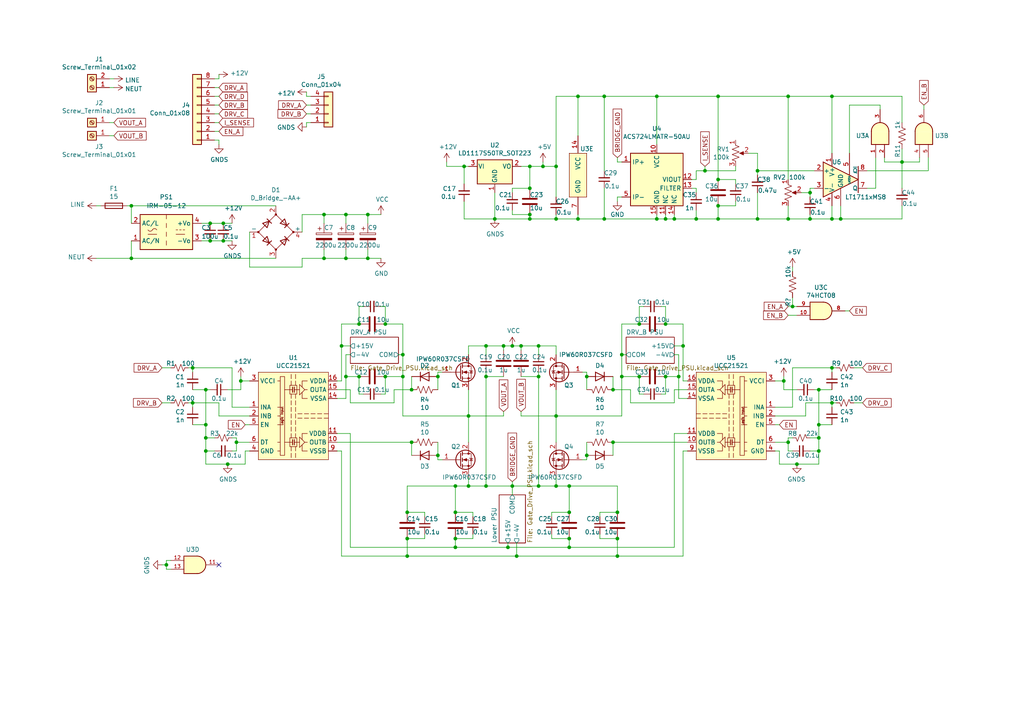
<source format=kicad_sch>
(kicad_sch (version 20211123) (generator eeschema)
  (paper "A4")
  (title_block (title "VFD") (date "2021-11-05") (rev "2.0") (company "Sean Olson"))
  (junction (at 111.76 109.22))
  (junction (at 231.14 134.62))
  (junction (at 167.64 27.94))
  (junction (at 127 109.22))
  (junction (at 111.76 93.98))
  (junction (at 66.04 134.62))
  (junction (at 179.07 156.21))
  (junction (at 153.67 54.61))
  (junction (at 228.6 63.5))
  (junction (at 261.62 46.99))
  (junction (at 99.06 100.33))
  (junction (at 148.59 100.33))
  (junction (at 179.07 148.59))
  (junction (at 170.18 132.08))
  (junction (at 241.3 116.84))
  (junction (at 243.84 63.5))
  (junction (at 132.08 158.75))
  (junction (at 68.58 128.27))
  (junction (at 165.1 158.75))
  (junction (at 60.96 64.77))
  (junction (at 156.21 109.22))
  (junction (at 177.8 128.27))
  (junction (at 156.21 100.33))
  (junction (at 208.28 27.94))
  (junction (at 64.77 64.77))
  (junction (at 146.05 100.33))
  (junction (at 237.49 123.19))
  (junction (at 38.1 59.69))
  (junction (at 234.95 55.88))
  (junction (at 165.1 148.59))
  (junction (at 149.86 161.29))
  (junction (at 93.98 74.93))
  (junction (at 227.33 110.49))
  (junction (at 241.3 63.5))
  (junction (at 175.26 63.5))
  (junction (at 100.33 109.22))
  (junction (at 161.29 140.97))
  (junction (at 228.6 27.94))
  (junction (at 153.67 48.26))
  (junction (at 55.88 106.68))
  (junction (at 135.89 140.97))
  (junction (at 157.48 48.26))
  (junction (at 48.26 163.83))
  (junction (at 60.96 69.85))
  (junction (at 241.3 106.68))
  (junction (at 180.34 109.22))
  (junction (at 134.62 48.26))
  (junction (at 195.58 63.5))
  (junction (at 38.1 74.93))
  (junction (at 140.97 109.22))
  (junction (at 59.69 127))
  (junction (at 118.11 156.21))
  (junction (at 116.84 109.22))
  (junction (at 180.34 102.87))
  (junction (at 59.69 130.81))
  (junction (at 234.95 63.5))
  (junction (at 100.33 62.23))
  (junction (at 55.88 116.84))
  (junction (at 193.04 109.22))
  (junction (at 208.28 63.5))
  (junction (at 228.6 128.27))
  (junction (at 219.71 49.53))
  (junction (at 69.85 110.49))
  (junction (at 204.47 49.53))
  (junction (at 193.04 63.5))
  (junction (at 127 132.08))
  (junction (at 190.5 27.94))
  (junction (at 229.87 88.9))
  (junction (at 119.38 128.27))
  (junction (at 148.59 140.97))
  (junction (at 140.97 100.33))
  (junction (at 153.67 62.23))
  (junction (at 179.07 161.29))
  (junction (at 64.77 69.85))
  (junction (at 177.8 113.03))
  (junction (at 93.98 62.23))
  (junction (at 208.28 52.07))
  (junction (at 165.1 156.21))
  (junction (at 190.5 63.5))
  (junction (at 156.21 140.97))
  (junction (at 208.28 59.69))
  (junction (at 140.97 140.97))
  (junction (at 161.29 48.26))
  (junction (at 119.38 113.03))
  (junction (at 147.32 158.75))
  (junction (at 198.12 100.33))
  (junction (at 165.1 140.97))
  (junction (at 143.51 63.5))
  (junction (at 161.29 120.65))
  (junction (at 100.33 74.93))
  (junction (at 132.08 156.21))
  (junction (at 201.93 63.5))
  (junction (at 185.42 93.98))
  (junction (at 161.29 63.5))
  (junction (at 104.14 109.22))
  (junction (at 153.67 63.5))
  (junction (at 135.89 120.65))
  (junction (at 151.13 100.33))
  (junction (at 167.64 63.5))
  (junction (at 219.71 63.5))
  (junction (at 132.08 148.59))
  (junction (at 116.84 102.87))
  (junction (at 193.04 93.98))
  (junction (at 106.68 74.93))
  (junction (at 106.68 62.23))
  (junction (at 237.49 130.81))
  (junction (at 132.08 140.97))
  (junction (at 241.3 27.94))
  (junction (at 196.85 109.22))
  (junction (at 118.11 161.29))
  (junction (at 175.26 27.94))
  (junction (at 118.11 148.59))
  (junction (at 170.18 109.22))
  (junction (at 237.49 127))
  (junction (at 59.69 113.03))
  (junction (at 185.42 109.22))
  (junction (at 59.69 123.19))
  (junction (at 104.14 93.98))
  (junction (at 237.49 113.03))
  (no_connect (at 63.5 163.83))
  (wire (pts (xy 106.68 72.39) (xy 106.68 74.93)))
  (wire (pts (xy 196.85 102.87) (xy 196.85 109.22)))
  (wire (pts (xy 267.97 30.48) (xy 267.97 31.75)))
  (wire (pts (xy 72.39 77.47) (xy 87.63 77.47)))
  (wire (pts (xy 175.26 63.5) (xy 190.5 63.5)))
  (wire (pts (xy 38.1 69.85) (xy 38.1 74.93)))
  (wire (pts (xy 87.63 74.93) (xy 93.98 74.93)))
  (wire (pts (xy 246.38 90.17) (xy 245.11 90.17)))
  (wire (pts (xy 69.85 113.03) (xy 66.04 113.03)))
  (wire (pts (xy 167.64 27.94) (xy 175.26 27.94)))
  (wire (pts (xy 241.3 27.94) (xy 261.62 27.94)))
  (wire (pts (xy 199.39 110.49) (xy 198.12 110.49)))
  (wire (pts (xy 179.07 161.29) (xy 149.86 161.29)))
  (wire (pts (xy 213.36 49.53) (xy 204.47 49.53)))
  (wire (pts (xy 87.63 77.47) (xy 87.63 74.93)))
  (wire (pts (xy 191.77 114.3) (xy 193.04 114.3)))
  (wire (pts (xy 195.58 158.75) (xy 165.1 158.75)))
  (wire (pts (xy 58.42 64.77) (xy 60.96 64.77)))
  (wire (pts (xy 224.79 118.11) (xy 229.87 118.11)))
  (wire (pts (xy 228.6 63.5) (xy 234.95 63.5)))
  (wire (pts (xy 134.62 58.42) (xy 134.62 63.5)))
  (wire (pts (xy 227.33 109.22) (xy 227.33 110.49)))
  (wire (pts (xy 195.58 62.23) (xy 195.58 63.5)))
  (wire (pts (xy 161.29 140.97) (xy 161.29 138.43)))
  (wire (pts (xy 213.36 48.26) (xy 213.36 49.53)))
  (wire (pts (xy 201.93 54.61) (xy 200.66 54.61)))
  (wire (pts (xy 99.06 93.98) (xy 99.06 100.33)))
  (wire (pts (xy 135.89 138.43) (xy 135.89 140.97)))
  (wire (pts (xy 250.19 116.84) (xy 247.65 116.84)))
  (wire (pts (xy 101.6 125.73) (xy 101.6 158.75)))
  (wire (pts (xy 208.28 63.5) (xy 201.93 63.5)))
  (wire (pts (xy 195.58 116.84) (xy 182.88 116.84)))
  (wire (pts (xy 49.53 162.56) (xy 48.26 162.56)))
  (wire (pts (xy 213.36 53.34) (xy 213.36 52.07)))
  (wire (pts (xy 127 128.27) (xy 127 132.08)))
  (wire (pts (xy 147.32 158.75) (xy 147.32 157.48)))
  (wire (pts (xy 143.51 63.5) (xy 153.67 63.5)))
  (wire (pts (xy 156.21 109.22) (xy 156.21 140.97)))
  (wire (pts (xy 46.99 116.84) (xy 49.53 116.84)))
  (wire (pts (xy 217.17 44.45) (xy 219.71 44.45)))
  (wire (pts (xy 59.69 123.19) (xy 59.69 127)))
  (wire (pts (xy 54.61 106.68) (xy 55.88 106.68)))
  (wire (pts (xy 179.07 148.59) (xy 179.07 140.97)))
  (wire (pts (xy 137.16 154.94) (xy 137.16 156.21)))
  (wire (pts (xy 140.97 100.33) (xy 146.05 100.33)))
  (wire (pts (xy 64.77 64.77) (xy 67.31 64.77)))
  (wire (pts (xy 72.39 123.19) (xy 71.12 123.19)))
  (wire (pts (xy 118.11 161.29) (xy 99.06 161.29)))
  (wire (pts (xy 63.5 22.86) (xy 62.23 22.86)))
  (wire (pts (xy 185.42 88.9) (xy 185.42 93.98)))
  (wire (pts (xy 88.9 27.94) (xy 90.17 27.94)))
  (wire (pts (xy 261.62 59.69) (xy 261.62 63.5)))
  (wire (pts (xy 106.68 74.93) (xy 110.49 74.93)))
  (wire (pts (xy 261.62 46.99) (xy 266.7 46.99)))
  (wire (pts (xy 148.59 143.51) (xy 148.59 140.97)))
  (wire (pts (xy 226.06 123.19) (xy 224.79 123.19)))
  (wire (pts (xy 232.41 55.88) (xy 234.95 55.88)))
  (wire (pts (xy 266.7 46.99) (xy 266.7 45.72)))
  (wire (pts (xy 227.33 110.49) (xy 227.33 113.03)))
  (wire (pts (xy 69.85 110.49) (xy 72.39 110.49)))
  (wire (pts (xy 55.88 106.68) (xy 55.88 107.95)))
  (wire (pts (xy 118.11 148.59) (xy 118.11 140.97)))
  (wire (pts (xy 198.12 161.29) (xy 198.12 130.81)))
  (wire (pts (xy 193.04 62.23) (xy 193.04 63.5)))
  (wire (pts (xy 161.29 120.65) (xy 161.29 128.27)))
  (wire (pts (xy 182.88 116.84) (xy 182.88 113.03)))
  (wire (pts (xy 195.58 102.87) (xy 196.85 102.87)))
  (wire (pts (xy 110.49 88.9) (xy 111.76 88.9)))
  (wire (pts (xy 241.3 106.68) (xy 241.3 107.95)))
  (wire (pts (xy 105.41 88.9) (xy 104.14 88.9)))
  (wire (pts (xy 68.58 127) (xy 67.31 127)))
  (wire (pts (xy 261.62 46.99) (xy 256.54 46.99)))
  (wire (pts (xy 241.3 63.5) (xy 243.84 63.5)))
  (wire (pts (xy 116.84 102.87) (xy 116.84 109.22)))
  (wire (pts (xy 72.39 128.27) (xy 68.58 128.27)))
  (wire (pts (xy 161.29 62.23) (xy 161.29 63.5)))
  (wire (pts (xy 72.39 130.81) (xy 71.12 130.81)))
  (wire (pts (xy 254 54.61) (xy 254 45.72)))
  (wire (pts (xy 48.26 162.56) (xy 48.26 163.83)))
  (wire (pts (xy 234.95 127) (xy 237.49 127)))
  (wire (pts (xy 170.18 128.27) (xy 170.18 132.08)))
  (wire (pts (xy 153.67 48.26) (xy 157.48 48.26)))
  (wire (pts (xy 180.34 102.87) (xy 180.34 109.22)))
  (wire (pts (xy 106.68 64.77) (xy 106.68 62.23)))
  (wire (pts (xy 151.13 119.38) (xy 151.13 120.65)))
  (wire (pts (xy 261.62 43.18) (xy 261.62 46.99)))
  (wire (pts (xy 128.27 107.95) (xy 127 107.95)))
  (wire (pts (xy 170.18 109.22) (xy 170.18 113.03)))
  (wire (pts (xy 55.88 116.84) (xy 54.61 116.84)))
  (wire (pts (xy 97.79 110.49) (xy 99.06 110.49)))
  (wire (pts (xy 269.24 49.53) (xy 269.24 45.72)))
  (wire (pts (xy 179.07 156.21) (xy 179.07 161.29)))
  (wire (pts (xy 27.94 74.93) (xy 38.1 74.93)))
  (wire (pts (xy 63.5 38.1) (xy 62.23 38.1)))
  (wire (pts (xy 228.6 127) (xy 229.87 127)))
  (wire (pts (xy 219.71 44.45) (xy 219.71 49.53)))
  (wire (pts (xy 97.79 113.03) (xy 101.6 113.03)))
  (wire (pts (xy 167.64 63.5) (xy 175.26 63.5)))
  (wire (pts (xy 198.12 110.49) (xy 198.12 100.33)))
  (wire (pts (xy 93.98 64.77) (xy 93.98 62.23)))
  (wire (pts (xy 115.57 102.87) (xy 116.84 102.87)))
  (wire (pts (xy 119.38 132.08) (xy 119.38 128.27)))
  (wire (pts (xy 146.05 101.6) (xy 146.05 100.33)))
  (wire (pts (xy 213.36 52.07) (xy 208.28 52.07)))
  (wire (pts (xy 118.11 156.21) (xy 123.19 156.21)))
  (wire (pts (xy 88.9 26.67) (xy 88.9 27.94)))
  (wire (pts (xy 132.08 156.21) (xy 132.08 158.75)))
  (wire (pts (xy 135.89 100.33) (xy 140.97 100.33)))
  (wire (pts (xy 59.69 134.62) (xy 59.69 130.81)))
  (wire (pts (xy 224.79 120.65) (xy 233.68 120.65)))
  (wire (pts (xy 228.6 130.81) (xy 229.87 130.81)))
  (wire (pts (xy 143.51 63.5) (xy 143.51 55.88)))
  (wire (pts (xy 72.39 67.31) (xy 72.39 77.47)))
  (wire (pts (xy 229.87 118.11) (xy 229.87 106.68)))
  (wire (pts (xy 179.07 46.99) (xy 180.34 46.99)))
  (wire (pts (xy 243.84 59.69) (xy 243.84 63.5)))
  (wire (pts (xy 114.3 113.03) (xy 119.38 113.03)))
  (wire (pts (xy 241.3 27.94) (xy 241.3 44.45)))
  (wire (pts (xy 241.3 59.69) (xy 241.3 63.5)))
  (wire (pts (xy 68.58 127) (xy 68.58 128.27)))
  (wire (pts (xy 137.16 148.59) (xy 132.08 148.59)))
  (wire (pts (xy 101.6 113.03) (xy 101.6 116.84)))
  (wire (pts (xy 193.04 63.5) (xy 190.5 63.5)))
  (wire (pts (xy 62.23 130.81) (xy 59.69 130.81)))
  (wire (pts (xy 251.46 54.61) (xy 254 54.61)))
  (wire (pts (xy 106.68 74.93) (xy 100.33 74.93)))
  (wire (pts (xy 234.95 130.81) (xy 237.49 130.81)))
  (wire (pts (xy 101.6 102.87) (xy 100.33 102.87)))
  (wire (pts (xy 156.21 107.95) (xy 156.21 109.22)))
  (wire (pts (xy 161.29 63.5) (xy 167.64 63.5)))
  (wire (pts (xy 93.98 72.39) (xy 93.98 74.93)))
  (wire (pts (xy 99.06 161.29) (xy 99.06 130.81)))
  (wire (pts (xy 132.08 148.59) (xy 132.08 140.97)))
  (wire (pts (xy 127 133.35) (xy 127 132.08)))
  (wire (pts (xy 186.69 114.3) (xy 185.42 114.3)))
  (wire (pts (xy 100.33 72.39) (xy 100.33 74.93)))
  (wire (pts (xy 63.5 116.84) (xy 55.88 116.84)))
  (wire (pts (xy 198.12 100.33) (xy 195.58 100.33)))
  (wire (pts (xy 63.5 120.65) (xy 63.5 116.84)))
  (wire (pts (xy 156.21 100.33) (xy 161.29 100.33)))
  (wire (pts (xy 198.12 93.98) (xy 198.12 100.33)))
  (wire (pts (xy 229.87 106.68) (xy 241.3 106.68)))
  (wire (pts (xy 237.49 123.19) (xy 237.49 127)))
  (wire (pts (xy 226.06 134.62) (xy 231.14 134.62)))
  (wire (pts (xy 228.6 59.69) (xy 228.6 63.5)))
  (wire (pts (xy 123.19 148.59) (xy 123.19 149.86)))
  (wire (pts (xy 118.11 140.97) (xy 132.08 140.97)))
  (wire (pts (xy 105.41 114.3) (xy 104.14 114.3)))
  (wire (pts (xy 63.5 30.48) (xy 62.23 30.48)))
  (wire (pts (xy 237.49 113.03) (xy 241.3 113.03)))
  (wire (pts (xy 31.75 22.86) (xy 33.02 22.86)))
  (wire (pts (xy 63.5 33.02) (xy 62.23 33.02)))
  (wire (pts (xy 234.95 54.61) (xy 236.22 54.61)))
  (wire (pts (xy 241.3 123.19) (xy 237.49 123.19)))
  (wire (pts (xy 88.9 36.83) (xy 88.9 35.56)))
  (wire (pts (xy 132.08 140.97) (xy 135.89 140.97)))
  (wire (pts (xy 255.27 31.75) (xy 255.27 30.48)))
  (wire (pts (xy 160.02 154.94) (xy 160.02 156.21)))
  (wire (pts (xy 228.6 128.27) (xy 228.6 130.81)))
  (wire (pts (xy 58.42 69.85) (xy 60.96 69.85)))
  (wire (pts (xy 246.38 30.48) (xy 246.38 44.45)))
  (wire (pts (xy 255.27 30.48) (xy 246.38 30.48)))
  (wire (pts (xy 179.07 57.15) (xy 180.34 57.15)))
  (wire (pts (xy 104.14 109.22) (xy 100.33 109.22)))
  (wire (pts (xy 111.76 88.9) (xy 111.76 93.98)))
  (wire (pts (xy 140.97 140.97) (xy 148.59 140.97)))
  (wire (pts (xy 227.33 113.03) (xy 231.14 113.03)))
  (wire (pts (xy 63.5 21.59) (xy 63.5 22.86)))
  (wire (pts (xy 151.13 48.26) (xy 153.67 48.26)))
  (wire (pts (xy 208.28 59.69) (xy 208.28 63.5)))
  (wire (pts (xy 177.8 128.27) (xy 199.39 128.27)))
  (wire (pts (xy 148.59 139.7) (xy 148.59 140.97)))
  (wire (pts (xy 67.31 106.68) (xy 55.88 106.68)))
  (wire (pts (xy 234.95 55.88) (xy 234.95 57.15)))
  (wire (pts (xy 127 107.95) (xy 127 109.22)))
  (wire (pts (xy 256.54 46.99) (xy 256.54 45.72)))
  (wire (pts (xy 55.88 123.19) (xy 59.69 123.19)))
  (wire (pts (xy 234.95 55.88) (xy 234.95 54.61)))
  (wire (pts (xy 59.69 113.03) (xy 55.88 113.03)))
  (wire (pts (xy 156.21 140.97) (xy 161.29 140.97)))
  (wire (pts (xy 224.79 128.27) (xy 228.6 128.27)))
  (wire (pts (xy 179.07 161.29) (xy 198.12 161.29)))
  (wire (pts (xy 250.19 106.68) (xy 247.65 106.68)))
  (wire (pts (xy 201.93 49.53) (xy 201.93 52.07)))
  (wire (pts (xy 140.97 109.22) (xy 140.97 140.97)))
  (wire (pts (xy 231.14 134.62) (xy 237.49 134.62)))
  (wire (pts (xy 186.69 88.9) (xy 185.42 88.9)))
  (wire (pts (xy 149.86 157.48) (xy 149.86 161.29)))
  (wire (pts (xy 177.8 109.22) (xy 177.8 113.03)))
  (wire (pts (xy 118.11 161.29) (xy 149.86 161.29)))
  (wire (pts (xy 119.38 109.22) (xy 119.38 113.03)))
  (wire (pts (xy 71.12 134.62) (xy 66.04 134.62)))
  (wire (pts (xy 99.06 100.33) (xy 101.6 100.33)))
  (wire (pts (xy 251.46 49.53) (xy 269.24 49.53)))
  (wire (pts (xy 156.21 102.87) (xy 156.21 100.33)))
  (wire (pts (xy 151.13 109.22) (xy 156.21 109.22)))
  (wire (pts (xy 100.33 102.87) (xy 100.33 109.22)))
  (wire (pts (xy 228.6 27.94) (xy 228.6 52.07)))
  (wire (pts (xy 104.14 88.9) (xy 104.14 93.98)))
  (wire (pts (xy 101.6 116.84) (xy 114.3 116.84)))
  (wire (pts (xy 157.48 46.99) (xy 157.48 48.26)))
  (wire (pts (xy 161.29 120.65) (xy 180.34 120.65)))
  (wire (pts (xy 116.84 93.98) (xy 116.84 102.87)))
  (wire (pts (xy 38.1 59.69) (xy 38.1 64.77)))
  (wire (pts (xy 72.39 118.11) (xy 67.31 118.11)))
  (wire (pts (xy 67.31 118.11) (xy 67.31 106.68)))
  (wire (pts (xy 88.9 33.02) (xy 90.17 33.02)))
  (wire (pts (xy 153.67 63.5) (xy 161.29 63.5)))
  (wire (pts (xy 229.87 78.74) (xy 229.87 77.47)))
  (wire (pts (xy 228.6 88.9) (xy 229.87 88.9)))
  (wire (pts (xy 63.5 40.64) (xy 63.5 41.91)))
  (wire (pts (xy 170.18 107.95) (xy 168.91 107.95)))
  (wire (pts (xy 161.29 113.03) (xy 161.29 120.65)))
  (wire (pts (xy 69.85 109.22) (xy 69.85 110.49)))
  (wire (pts (xy 153.67 62.23) (xy 153.67 63.5)))
  (wire (pts (xy 157.48 48.26) (xy 161.29 48.26)))
  (wire (pts (xy 180.34 93.98) (xy 180.34 102.87)))
  (wire (pts (xy 208.28 27.94) (xy 208.28 52.07)))
  (wire (pts (xy 116.84 109.22) (xy 116.84 120.65)))
  (wire (pts (xy 175.26 27.94) (xy 175.26 49.53)))
  (wire (pts (xy 127 109.22) (xy 127 113.03)))
  (wire (pts (xy 219.71 55.88) (xy 219.71 63.5)))
  (wire (pts (xy 228.6 91.44) (xy 231.14 91.44)))
  (wire (pts (xy 101.6 158.75) (xy 132.08 158.75)))
  (wire (pts (xy 193.04 109.22) (xy 196.85 109.22)))
  (wire (pts (xy 146.05 120.65) (xy 135.89 120.65)))
  (wire (pts (xy 161.29 27.94) (xy 167.64 27.94)))
  (wire (pts (xy 146.05 109.22) (xy 140.97 109.22)))
  (wire (pts (xy 165.1 148.59) (xy 165.1 140.97)))
  (wire (pts (xy 116.84 120.65) (xy 135.89 120.65)))
  (wire (pts (xy 199.39 113.03) (xy 195.58 113.03)))
  (wire (pts (xy 62.23 40.64) (xy 63.5 40.64)))
  (wire (pts (xy 100.33 74.93) (xy 93.98 74.93)))
  (wire (pts (xy 170.18 133.35) (xy 168.91 133.35)))
  (wire (pts (xy 173.99 148.59) (xy 173.99 149.86)))
  (wire (pts (xy 234.95 62.23) (xy 234.95 63.5)))
  (wire (pts (xy 224.79 130.81) (xy 226.06 130.81)))
  (wire (pts (xy 167.64 62.23) (xy 167.64 63.5)))
  (wire (pts (xy 68.58 130.81) (xy 67.31 130.81)))
  (wire (pts (xy 153.67 54.61) (xy 148.59 54.61)))
  (wire (pts (xy 148.59 60.96) (xy 148.59 62.23)))
  (wire (pts (xy 87.63 62.23) (xy 93.98 62.23)))
  (wire (pts (xy 100.33 115.57) (xy 97.79 115.57)))
  (wire (pts (xy 181.61 102.87) (xy 180.34 102.87)))
  (wire (pts (xy 208.28 27.94) (xy 228.6 27.94)))
  (wire (pts (xy 134.62 63.5) (xy 143.51 63.5)))
  (wire (pts (xy 97.79 125.73) (xy 101.6 125.73)))
  (wire (pts (xy 201.93 63.5) (xy 195.58 63.5)))
  (wire (pts (xy 146.05 119.38) (xy 146.05 120.65)))
  (wire (pts (xy 63.5 25.4) (xy 62.23 25.4)))
  (wire (pts (xy 160.02 156.21) (xy 165.1 156.21)))
  (wire (pts (xy 55.88 118.11) (xy 55.88 116.84)))
  (wire (pts (xy 123.19 156.21) (xy 123.19 154.94)))
  (wire (pts (xy 148.59 54.61) (xy 148.59 55.88)))
  (wire (pts (xy 170.18 133.35) (xy 170.18 132.08)))
  (wire (pts (xy 198.12 130.81) (xy 199.39 130.81)))
  (wire (pts (xy 175.26 54.61) (xy 175.26 63.5)))
  (wire (pts (xy 129.54 48.26) (xy 129.54 46.99)))
  (wire (pts (xy 118.11 156.21) (xy 118.11 161.29)))
  (wire (pts (xy 185.42 93.98) (xy 180.34 93.98)))
  (wire (pts (xy 137.16 149.86) (xy 137.16 148.59)))
  (wire (pts (xy 236.22 113.03) (xy 237.49 113.03)))
  (wire (pts (xy 241.3 118.11) (xy 241.3 116.84)))
  (wire (pts (xy 48.26 165.1) (xy 48.26 163.83)))
  (wire (pts (xy 100.33 64.77) (xy 100.33 62.23)))
  (wire (pts (xy 161.29 140.97) (xy 165.1 140.97)))
  (wire (pts (xy 196.85 109.22) (xy 196.85 115.57)))
  (wire (pts (xy 66.04 134.62) (xy 59.69 134.62)))
  (wire (pts (xy 173.99 156.21) (xy 173.99 154.94)))
  (wire (pts (xy 201.93 54.61) (xy 201.93 55.88)))
  (wire (pts (xy 195.58 63.5) (xy 193.04 63.5)))
  (wire (pts (xy 191.77 88.9) (xy 193.04 88.9)))
  (wire (pts (xy 195.58 125.73) (xy 195.58 158.75)))
  (wire (pts (xy 237.49 123.19) (xy 237.49 113.03)))
  (wire (pts (xy 228.6 127) (xy 228.6 128.27)))
  (wire (pts (xy 180.34 109.22) (xy 180.34 120.65)))
  (wire (pts (xy 140.97 107.95) (xy 140.97 109.22)))
  (wire (pts (xy 111.76 109.22) (xy 116.84 109.22)))
  (wire (pts (xy 182.88 113.03) (xy 177.8 113.03)))
  (wire (pts (xy 100.33 109.22) (xy 100.33 115.57)))
  (wire (pts (xy 237.49 130.81) (xy 237.49 134.62)))
  (wire (pts (xy 261.62 46.99) (xy 261.62 54.61)))
  (wire (pts (xy 161.29 48.26) (xy 161.29 27.94)))
  (wire (pts (xy 204.47 49.53) (xy 201.93 49.53)))
  (wire (pts (xy 148.59 100.33) (xy 151.13 100.33)))
  (wire (pts (xy 104.14 93.98) (xy 99.06 93.98)))
  (wire (pts (xy 114.3 116.84) (xy 114.3 113.03)))
  (wire (pts (xy 190.5 27.94) (xy 190.5 41.91)))
  (wire (pts (xy 201.93 52.07) (xy 200.66 52.07)))
  (wire (pts (xy 185.42 114.3) (xy 185.42 109.22)))
  (wire (pts (xy 219.71 49.53) (xy 219.71 50.8)))
  (wire (pts (xy 165.1 156.21) (xy 165.1 158.75)))
  (wire (pts (xy 241.3 116.84) (xy 242.57 116.84)))
  (wire (pts (xy 193.04 88.9) (xy 193.04 93.98)))
  (wire (pts (xy 213.36 58.42) (xy 213.36 59.69)))
  (wire (pts (xy 233.68 116.84) (xy 241.3 116.84)))
  (wire (pts (xy 134.62 48.26) (xy 134.62 53.34)))
  (wire (pts (xy 160.02 148.59) (xy 165.1 148.59)))
  (wire (pts (xy 60.96 113.03) (xy 59.69 113.03)))
  (wire (pts (xy 193.04 114.3) (xy 193.04 109.22)))
  (wire (pts (xy 99.06 110.49) (xy 99.06 100.33)))
  (wire (pts (xy 68.58 128.27) (xy 68.58 130.81)))
  (wire (pts (xy 179.07 57.15) (xy 179.07 58.42)))
  (wire (pts (xy 229.87 88.9) (xy 231.14 88.9)))
  (wire (pts (xy 104.14 114.3) (xy 104.14 109.22)))
  (wire (pts (xy 128.27 133.35) (xy 127 133.35)))
  (wire (pts (xy 204.47 48.26) (xy 204.47 49.53)))
  (wire (pts (xy 140.97 102.87) (xy 140.97 100.33)))
  (wire (pts (xy 71.12 130.81) (xy 71.12 134.62)))
  (wire (pts (xy 134.62 48.26) (xy 135.89 48.26)))
  (wire (pts (xy 151.13 100.33) (xy 156.21 100.33)))
  (wire (pts (xy 261.62 35.56) (xy 261.62 27.94)))
  (wire (pts (xy 49.53 165.1) (xy 48.26 165.1)))
  (wire (pts (xy 208.28 63.5) (xy 219.71 63.5)))
  (wire (pts (xy 38.1 59.69) (xy 80.01 59.69)))
  (wire (pts (xy 237.49 127) (xy 237.49 130.81)))
  (wire (pts (xy 213.36 59.69) (xy 208.28 59.69)))
  (wire (pts (xy 80.01 74.93) (xy 38.1 74.93)))
  (wire (pts (xy 118.11 148.59) (xy 123.19 148.59)))
  (wire (pts (xy 190.5 27.94) (xy 208.28 27.94)))
  (wire (pts (xy 233.68 120.65) (xy 233.68 116.84)))
  (wire (pts (xy 132.08 158.75) (xy 147.32 158.75)))
  (wire (pts (xy 226.06 130.81) (xy 226.06 134.62)))
  (wire (pts (xy 234.95 63.5) (xy 241.3 63.5)))
  (wire (pts (xy 88.9 35.56) (xy 90.17 35.56)))
  (wire (pts (xy 33.02 25.4) (xy 31.75 25.4)))
  (wire (pts (xy 59.69 123.19) (xy 59.69 113.03)))
  (wire (pts (xy 165.1 158.75) (xy 147.32 158.75)))
  (wire (pts (xy 63.5 35.56) (xy 62.23 35.56)))
  (wire (pts (xy 87.63 67.31) (xy 87.63 62.23)))
  (wire (pts (xy 228.6 27.94) (xy 241.3 27.94)))
  (wire (pts (xy 167.64 39.37) (xy 167.64 27.94)))
  (wire (pts (xy 219.71 63.5) (xy 228.6 63.5)))
  (wire (pts (xy 151.13 101.6) (xy 151.13 100.33)))
  (wire (pts (xy 165.1 140.97) (xy 179.07 140.97)))
  (wire (pts (xy 151.13 120.65) (xy 161.29 120.65)))
  (wire (pts (xy 153.67 54.61) (xy 153.67 48.26)))
  (wire (pts (xy 229.87 88.9) (xy 229.87 86.36)))
  (wire (pts (xy 46.99 106.68) (xy 49.53 106.68)))
  (wire (pts (xy 193.04 93.98) (xy 198.12 93.98)))
  (wire (pts (xy 36.83 59.69) (xy 38.1 59.69)))
  (wire (pts (xy 175.26 27.94) (xy 190.5 27.94)))
  (wire (pts (xy 64.77 69.85) (xy 67.31 69.85)))
  (wire (pts (xy 179.07 156.21) (xy 173.99 156.21)))
  (wire (pts (xy 148.59 62.23) (xy 153.67 62.23)))
  (wire (pts (xy 27.94 59.69) (xy 29.21 59.69)))
  (wire (pts (xy 161.29 57.15) (xy 161.29 48.26)))
  (wire (pts (xy 195.58 113.03) (xy 195.58 116.84)))
  (wire (pts (xy 129.54 48.26) (xy 134.62 48.26)))
  (wire (pts (xy 119.38 128.27) (xy 97.79 128.27)))
  (wire (pts (xy 185.42 109.22) (xy 180.34 109.22)))
  (wire (pts (xy 236.22 49.53) (xy 219.71 49.53)))
  (wire (pts (xy 111.76 114.3) (xy 111.76 109.22)))
  (wire (pts (xy 62.23 127) (xy 59.69 127)))
  (wire (pts (xy 179.07 45.72) (xy 179.07 46.99)))
  (wire (pts (xy 135.89 140.97) (xy 140.97 140.97)))
  (wire (pts (xy 72.39 120.65) (xy 63.5 120.65)))
  (wire (pts (xy 88.9 30.48) (xy 90.17 30.48)))
  (wire (pts (xy 227.33 110.49) (xy 224.79 110.49)))
  (wire (pts (xy 111.76 93.98) (xy 116.84 93.98)))
  (wire (pts (xy 160.02 149.86) (xy 160.02 148.59)))
  (wire (pts (xy 146.05 100.33) (xy 148.59 100.33)))
  (wire (pts (xy 196.85 115.57) (xy 199.39 115.57)))
  (wire (pts (xy 63.5 27.94) (xy 62.23 27.94)))
  (wire (pts (xy 137.16 156.21) (xy 132.08 156.21)))
  (wire (pts (xy 179.07 148.59) (xy 173.99 148.59)))
  (wire (pts (xy 190.5 62.23) (xy 190.5 63.5)))
  (wire (pts (xy 135.89 102.87) (xy 135.89 100.33)))
  (wire (pts (xy 199.39 125.73) (xy 195.58 125.73)))
  (wire (pts (xy 110.49 114.3) (xy 111.76 114.3)))
  (wire (pts (xy 110.49 62.23) (xy 106.68 62.23)))
  (wire (pts (xy 99.06 130.81) (xy 97.79 130.81)))
  (wire (pts (xy 59.69 127) (xy 59.69 130.81)))
  (wire (pts (xy 93.98 62.23) (xy 100.33 62.23)))
  (wire (pts (xy 31.75 35.56) (xy 33.02 35.56)))
  (wire (pts (xy 33.02 39.37) (xy 31.75 39.37)))
  (wire (pts (xy 177.8 132.08) (xy 177.8 128.27)))
  (wire (pts (xy 148.59 140.97) (xy 156.21 140.97)))
  (wire (pts (xy 60.96 69.85) (xy 64.77 69.85)))
  (wire (pts (xy 135.89 113.03) (xy 135.89 120.65)))
  (wire (pts (xy 242.57 106.68) (xy 241.3 106.68)))
  (wire (pts (xy 100.33 62.23) (xy 106.68 62.23)))
  (wire (pts (xy 135.89 120.65) (xy 135.89 128.27)))
  (wire (pts (xy 60.96 64.77) (xy 64.77 64.77)))
  (wire (pts (xy 48.26 163.83) (xy 46.99 163.83)))
  (wire (pts (xy 201.93 60.96) (xy 201.93 63.5)))
  (wire (pts (xy 69.85 110.49) (xy 69.85 113.03)))
  (wire (pts (xy 243.84 63.5) (xy 261.62 63.5)))
  (wire (pts (xy 170.18 107.95) (xy 170.18 109.22)))
  (wire (pts (xy 161.29 100.33) (xy 161.29 102.87)))
  (global_label "VOUT_B" (shape input) (at 33.02 39.37 0) (property "Intersheet References" "${INTERSHEET_REFS}" (effects hide)))
  (global_label "I_SENSE" (shape input) (at 63.5 35.56 0) (property "Intersheet References" "${INTERSHEET_REFS}" (effects hide)))
  (global_label "DRV_B" (shape input) (at 88.9 33.02 180) (property "Intersheet References" "${INTERSHEET_REFS}" (effects hide)))
  (global_label "DRV_C" (shape input) (at 250.19 106.68 0) (property "Intersheet References" "${INTERSHEET_REFS}" (effects hide)))
  (global_label "DRV_C" (shape input) (at 63.5 33.02 0) (property "Intersheet References" "${INTERSHEET_REFS}" (effects hide)))
  (global_label "DRV_A" (shape input) (at 88.9 30.48 180) (property "Intersheet References" "${INTERSHEET_REFS}" (effects hide)))
  (global_label "DRV_B" (shape input) (at 46.99 116.84 180) (property "Intersheet References" "${INTERSHEET_REFS}" (effects hide)))
  (global_label "DRV_B" (shape input) (at 63.5 30.48 0) (property "Intersheet References" "${INTERSHEET_REFS}" (effects hide)))
  (global_label "DRV_A" (shape input) (at 63.5 25.4 0) (property "Intersheet References" "${INTERSHEET_REFS}" (effects hide)))
  (global_label "DRV_D" (shape input) (at 63.5 27.94 0) (property "Intersheet References" "${INTERSHEET_REFS}" (effects hide)))
  (global_label "EN" (shape input) (at 246.38 90.17 0) (property "Intersheet References" "${INTERSHEET_REFS}" (effects hide)))
  (global_label "EN" (shape input) (at 71.12 123.19 180) (property "Intersheet References" "${INTERSHEET_REFS}" (effects hide)))
  (global_label "EN_A" (shape input) (at 228.6 88.9 180) (property "Intersheet References" "${INTERSHEET_REFS}" (effects hide)))
  (global_label "VOUT_A" (shape input) (at 33.02 35.56 0) (property "Intersheet References" "${INTERSHEET_REFS}" (effects hide)))
  (global_label "VOUT_B" (shape input) (at 151.13 119.38 90) (property "Intersheet References" "${INTERSHEET_REFS}" (effects hide)))
  (global_label "I_SENSE" (shape input) (at 204.47 48.26 90) (property "Intersheet References" "${INTERSHEET_REFS}" (effects hide)))
  (global_label "VOUT_A" (shape input) (at 146.05 119.38 90) (property "Intersheet References" "${INTERSHEET_REFS}" (effects hide)))
  (global_label "EN_B" (shape input) (at 228.6 91.44 180) (property "Intersheet References" "${INTERSHEET_REFS}" (effects hide)))
  (global_label "EN_A" (shape input) (at 63.5 38.1 0) (property "Intersheet References" "${INTERSHEET_REFS}" (effects hide)))
  (global_label "EN" (shape input) (at 226.06 123.19 0) (property "Intersheet References" "${INTERSHEET_REFS}" (effects hide)))
  (global_label "DRV_D" (shape input) (at 250.19 116.84 0) (property "Intersheet References" "${INTERSHEET_REFS}" (effects hide)))
  (global_label "BRIDGE_GND" (shape input) (at 179.07 45.72 90) (property "Intersheet References" "${INTERSHEET_REFS}" (effects hide)))
  (global_label "EN_B" (shape input) (at 267.97 30.48 90) (property "Intersheet References" "${INTERSHEET_REFS}" (effects hide)))
  (global_label "DRV_A" (shape input) (at 46.99 106.68 180) (property "Intersheet References" "${INTERSHEET_REFS}" (effects hide)))
  (global_label "BRIDGE_GND" (shape input) (at 148.59 139.7 90) (property "Intersheet References" "${INTERSHEET_REFS}" (effects hide)))
  (symbol (lib_id "Device:Q_NMOS_GDS") (at 133.35 107.95 0) (unit 1)
    (property "Reference" "Q1" (at 130.81 111.76 0) (effects (justify left)))
    (property "Value" "IPW60R037CSFD" (at 120.65 104.14 0) (effects (justify left)))
    (property "Footprint" "Package_TO_SOT_THT:TO-247-3_Vertical" (effects hide))
    (property "MPN" "IPW60R037CSFD" (effects hide))
    (property "LCSC" "C454260" (effects hide))
  )
  (symbol (lib_id "Device:Q_NMOS_GDS") (at 133.35 133.35 0) (unit 1)
    (property "Reference" "Q2" (at 130.81 129.54 0) (effects (justify left)))
    (property "Value" "IPW60R037CSFD" (at 128.27 138.43 0) (effects (justify left)))
    (property "Footprint" "Package_TO_SOT_THT:TO-247-3_Vertical" (effects hide))
    (property "MPN" "IPW60R037CSFD" (effects hide))
    (property "LCSC" "C454260" (effects hide))
  )
  (symbol (lib_id "Device:Q_NMOS_GDS") (at 163.83 107.95 0) (mirror y) (unit 1)
    (property "Reference" "Q3" (at 166.37 111.76 0) (effects (justify left)))
    (property "Value" "IPW60R037CSFD" (at 177.8 102.87 0) (effects (justify left)))
    (property "Footprint" "Package_TO_SOT_THT:TO-247-3_Vertical" (effects hide))
    (property "MPN" "IPW60R037CSFD" (effects hide))
    (property "LCSC" "C454260" (effects hide))
  )
  (symbol (lib_id "Device:Q_NMOS_GDS") (at 163.83 133.35 0) (mirror y) (unit 1)
    (property "Reference" "Q4" (at 166.37 129.54 0) (effects (justify left)))
    (property "Value" "IPW60R037CSFD" (at 168.91 138.43 0) (effects (justify left)))
    (property "Footprint" "Package_TO_SOT_THT:TO-247-3_Vertical" (effects hide))
    (property "MPN" "IPW60R037CSFD" (effects hide))
    (property "LCSC" "C454260" (effects hide))
  )
  (symbol (lib_id "Device:R_US") (at 123.19 113.03 270) (unit 1)
    (property "Reference" "R4" (at 123.19 115.9002 90))
    (property "Value" "10" (at 123.19 118.2116 90))
    (property "Footprint" "Resistor_SMD:R_1206_3216Metric" (effects hide))
    (property "MPN" "CRCW120610R0FKEAC" (effects hide))
    (property "LCSC" "C108080" (effects hide))
  )
  (symbol (lib_id "Device:R_US") (at 123.19 128.27 270) (unit 1)
    (property "Reference" "R5" (at 123.19 123.063 90))
    (property "Value" "10" (at 123.19 125.3744 90))
    (property "Footprint" "Resistor_SMD:R_1206_3216Metric" (effects hide))
    (property "MPN" "CRCW120610R0FKEAC" (effects hide))
    (property "LCSC" "C108080" (effects hide))
  )
  (symbol (lib_id "power:VCC") (at 148.59 100.33 0) (unit 1)
    (property "Reference" "#PWR017" (effects hide))
    (property "Value" "VCC" (at 148.971 95.9358 0))
  )
  (symbol (lib_id "Connector_Generic:Conn_01x04") (at 95.25 33.02 0) (mirror x) (unit 1)
    (property "Reference" "J5" (at 93.1672 22.225 0))
    (property "Value" "Conn_01x04" (at 93.1672 24.5364 0))
    (property "Footprint" "Connector_PinHeader_2.54mm:PinHeader_1x04_P2.54mm_Vertical" (effects hide))
  )
  (symbol (lib_id "Connector:Screw_Terminal_01x02") (at 26.67 25.4 180) (unit 1)
    (property "Reference" "J1" (at 28.7528 17.145 0))
    (property "Value" "Screw_Terminal_01x02" (at 28.7528 19.4564 0))
    (property "Footprint" "Connector_Wire:SolderWire-1.5sqmm_1x02_P6mm_D1.7mm_OD3mm" (effects hide))
  )
  (symbol (lib_id "power:+12V") (at 88.9 26.67 90) (mirror x) (unit 1)
    (property "Reference" "#PWR011" (effects hide))
    (property "Value" "+12V" (at 85.6488 27.051 90) (effects (justify left)))
  )
  (symbol (lib_id "Device:C_Polarized") (at 93.98 68.58 0) (unit 1)
    (property "Reference" "C7" (at 93.98 66.04 0) (effects (justify left)))
    (property "Value" "2200u" (at 91.44 71.12 0) (effects (justify left)))
    (property "Footprint" "Capacitor_THT:CP_Radial_D30.0mm_P10.00mm_SnapIn" (effects hide))
    (property "MPN" "ESMQ201VSN222MR50S" (effects hide))
    (property "LCSC" "C431676" (effects hide))
  )
  (symbol (lib_id "power:LINE") (at 27.94 59.69 90) (unit 1)
    (property "Reference" "#PWR01" (effects hide))
    (property "Value" "LINE" (at 24.6888 59.309 90) (effects (justify left)))
  )
  (symbol (lib_id "power:NEUT") (at 27.94 74.93 90) (unit 1)
    (property "Reference" "#PWR02" (effects hide))
    (property "Value" "NEUT" (at 24.6888 74.549 90) (effects (justify left)))
  )
  (symbol (lib_id "Device:D_Bridge_-AA+") (at 80.01 67.31 0) (unit 1)
    (property "Reference" "D1" (at 80.01 55.0926 0))
    (property "Value" "D_Bridge_-AA+" (at 80.01 57.404 0))
    (property "Footprint" "Diode_THT:Diode_Bridge_32.0x5.6x17.0mm_P10.0mm_P7.5mm" (effects hide))
    (property "MPN" "GBJ3506-BP" (effects hide))
    (property "LCSC" "C151759" (effects hide))
  )
  (symbol (lib_id "power:LINE") (at 33.02 22.86 270) (unit 1)
    (property "Reference" "#PWR03" (effects hide))
    (property "Value" "LINE" (at 36.2712 23.241 90) (effects (justify left)))
  )
  (symbol (lib_id "power:NEUT") (at 33.02 25.4 270) (unit 1)
    (property "Reference" "#PWR04" (effects hide))
    (property "Value" "NEUT" (at 36.2712 25.781 90) (effects (justify left)))
  )
  (symbol (lib_id "Device:Fuse") (at 33.02 59.69 270) (unit 1)
    (property "Reference" "F1" (at 33.02 54.6862 90))
    (property "Value" "15" (at 33.02 56.9976 90))
    (property "Footprint" "Fuse:Fuse_SunFuse-6HP" (effects hide))
    (property "MPN" "0217015.MXEP" (effects hide))
    (property "LCSC" "C151084" (effects hide))
  )
  (symbol (lib_id "Converter_ACDC:IRM-05-12") (at 48.26 67.31 0) (unit 1)
    (property "Reference" "PS1" (at 48.26 57.15 0))
    (property "Value" "IRM-05-12" (at 48.26 59.69 0))
    (property "Footprint" "Converter_ACDC:Converter_ACDC_MeanWell_IRM-05-xx_THT" (effects hide))
    (property "Datasheet" "https://www.meanwell.com/Upload/PDF/IRM-05/IRM-05-SPEC.PDF" (effects hide))
    (property "MPN" "IRM-05-12" (effects hide))
  )
  (symbol (lib_id "power:+12V") (at 67.31 64.77 0) (unit 1)
    (property "Reference" "#PWR08" (effects hide))
    (property "Value" "+12V" (at 67.691 60.3758 0))
  )
  (symbol (lib_id "power:GND") (at 110.49 74.93 0) (unit 1)
    (property "Reference" "#PWR014" (effects hide))
    (property "Value" "GND" (at 110.617 79.3242 0))
  )
  (symbol (lib_id "power:VCC") (at 110.49 62.23 0) (unit 1)
    (property "Reference" "#PWR013" (effects hide))
    (property "Value" "VCC" (at 110.871 57.8358 0))
  )
  (symbol (lib_id "Device:D") (at 123.19 109.22 0) (unit 1)
    (property "Reference" "D2" (at 123.19 106.045 0))
    (property "Value" "D" (effects hide))
    (property "Footprint" "Diode_SMD:D_SOD-123" (effects hide))
    (property "MPN" "1N4148W-7-F" (effects hide))
    (property "LCSC" "C83528" (effects hide))
  )
  (symbol (lib_id "Device:D") (at 123.19 132.08 0) (unit 1)
    (property "Reference" "D3" (at 123.19 135.255 0))
    (property "Value" "D" (effects hide))
    (property "Footprint" "Diode_SMD:D_SOD-123" (effects hide))
    (property "MPN" "1N4148W-7-F" (effects hide))
    (property "LCSC" "C83528" (effects hide))
  )
  (symbol (lib_id "Device:C") (at 107.95 93.98 90) (unit 1)
    (property "Reference" "C11" (at 103.505 92.71 90) (effects (justify right)))
    (property "Value" "10u" (at 109.22 92.71 90) (effects (justify right)))
    (property "Footprint" "Capacitor_SMD:C_1210_3225Metric" (effects hide))
    (property "MPN" "CL32B106KBJZW6E" (effects hide))
    (property "LCSC" "C138687" (effects hide))
  )
  (symbol (lib_id "Device:C_Small") (at 107.95 88.9 90) (unit 1)
    (property "Reference" "C10" (at 107.315 88.265 90) (effects (justify left)))
    (property "Value" "0.1u" (at 113.03 88.265 90) (effects (justify left)))
    (property "Footprint" "Capacitor_SMD:C_0603_1608Metric" (effects hide))
    (property "MPN" "CL10B104JB8NNNC" (effects hide))
    (property "LCSC" "C24452" (effects hide))
  )
  (symbol (lib_id "Device:C_Small") (at 60.96 67.31 0) (unit 1)
    (property "Reference" "C3" (at 58.42 66.04 0) (effects (justify left)))
    (property "Value" "100u" (at 58.42 68.58 0) (effects (justify left)))
    (property "Footprint" "Capacitor_SMD:CP_Elec_6.3x5.4" (effects hide))
    (property "MPN" "EEV107M016S9GAA" (effects hide))
    (property "LCSC" "C59936" (effects hide))
  )
  (symbol (lib_id "Device:C_Small") (at 140.97 105.41 0) (unit 1)
    (property "Reference" "C19" (at 142.875 103.505 0) (effects (justify right)))
    (property "Value" "0.1u" (at 142.875 107.315 0) (effects (justify right)))
    (property "Footprint" "Capacitor_SMD:C_1825_4564Metric" (effects hide))
    (property "MPN" "C1825C104KCRACTU" (effects hide))
  )
  (symbol (lib_id "Device:C_Small") (at 156.21 105.41 0) (unit 1)
    (property "Reference" "C24" (at 154.305 103.505 0) (effects (justify left)))
    (property "Value" "0.1u" (at 154.305 107.315 0) (effects (justify left)))
    (property "Footprint" "Capacitor_SMD:C_1825_4564Metric" (effects hide))
    (property "MPN" "C1825C104KCRACTU" (effects hide))
  )
  (symbol (lib_id "Connector:Screw_Terminal_01x01") (at 26.67 35.56 180) (unit 1)
    (property "Reference" "J2" (at 28.7528 29.845 0))
    (property "Value" "Screw_Terminal_01x01" (at 28.7528 32.1564 0))
    (property "Footprint" "Connector_Wire:SolderWire-1.5sqmm_1x01_D1.7mm_OD3mm" (effects hide))
  )
  (symbol (lib_id "Connector:Screw_Terminal_01x01") (at 26.67 39.37 180) (unit 1)
    (property "Reference" "J3" (at 28.7528 42.545 0))
    (property "Value" "Screw_Terminal_01x01" (at 28.7528 44.8564 0))
    (property "Footprint" "Connector_Wire:SolderWire-1.5sqmm_1x01_D1.7mm_OD3mm" (effects hide))
  )
  (symbol (lib_id "Device:C_Small") (at 64.77 67.31 0) (unit 1)
    (property "Reference" "C5" (at 64.77 66.04 0) (effects (justify left)))
    (property "Value" "0.1u" (at 64.77 68.58 0) (effects (justify left)))
    (property "Footprint" "Capacitor_SMD:C_0603_1608Metric" (effects hide))
    (property "MPN" "CL10B104JB8NNNC" (effects hide))
    (property "LCSC" "C24452" (effects hide))
  )
  (symbol (lib_id "power:+12V") (at 63.5 21.59 270) (mirror x) (unit 1)
    (property "Reference" "#PWR05" (effects hide))
    (property "Value" "+12V" (at 66.7512 21.209 90) (effects (justify left)))
  )
  (symbol (lib_id "Device:C_Polarized") (at 100.33 68.58 0) (unit 1)
    (property "Reference" "C8" (at 100.33 66.04 0) (effects (justify left)))
    (property "Value" "2200u" (at 97.79 71.12 0) (effects (justify left)))
    (property "Footprint" "Capacitor_THT:CP_Radial_D30.0mm_P10.00mm_SnapIn" (effects hide))
    (property "MPN" "ESMQ201VSN222MR50S" (effects hide))
    (property "LCSC" "C431676" (effects hide))
  )
  (symbol (lib_id "Device:C_Polarized") (at 106.68 68.58 0) (unit 1)
    (property "Reference" "C9" (at 106.68 66.04 0) (effects (justify left)))
    (property "Value" "2200u" (at 104.14 71.12 0) (effects (justify left)))
    (property "Footprint" "Capacitor_THT:CP_Radial_D30.0mm_P10.00mm_SnapIn" (effects hide))
    (property "MPN" "ESMQ201VSN222MR50S" (effects hide))
    (property "LCSC" "C431676" (effects hide))
  )
  (symbol (lib_id "Device:C") (at 146.05 105.41 0) (unit 1)
    (property "Reference" "C20" (at 144.145 103.505 0) (effects (justify left)))
    (property "Value" "1u" (at 144.78 107.315 0) (effects (justify left)))
    (property "Footprint" "Capacitor_THT:C_Rect_L19.0mm_W8.0mm_P15.00mm_MKS4" (effects hide))
    (property "MPN" "ECQ-E2105JF" (effects hide))
    (property "LCSC" "C412546" (effects hide))
  )
  (symbol (lib_id "Device:C") (at 151.13 105.41 0) (unit 1)
    (property "Reference" "C22" (at 149.225 103.505 0) (effects (justify left)))
    (property "Value" "1u" (at 149.86 107.315 0) (effects (justify left)))
    (property "Footprint" "Capacitor_THT:C_Rect_L19.0mm_W8.0mm_P15.00mm_MKS4" (effects hide))
    (property "MPN" "ECQ-E2105JF" (effects hide))
    (property "LCSC" "C412546" (effects hide))
  )
  (symbol (lib_id "VFD:UCC21521") (at 85.09 120.65 0) (unit 1)
    (property "Reference" "U1" (at 85.09 103.759 0))
    (property "Value" "UCC21521" (at 85.09 106.0704 0))
    (property "Footprint" "Package_SO:SOIC-16W_7.5x10.3mm_P1.27mm" (effects hide))
    (property "Datasheet" "http://www.ti.com/lit/ds/symlink/ucc21521.pdf" (effects hide))
    (property "MPN" "UCC21521DW" (effects hide))
  )
  (symbol (lib_id "Device:C_Small") (at 55.88 110.49 0) (unit 1)
    (property "Reference" "C1" (at 53.5432 109.3216 0) (effects (justify right)))
    (property "Value" "1n" (at 53.5432 111.633 0) (effects (justify right)))
    (property "Footprint" "Capacitor_SMD:C_0603_1608Metric" (effects hide))
    (property "MPN" "06035C101JAT2A" (effects hide))
    (property "LCSC" "C51203" (effects hide))
  )
  (symbol (lib_id "power:+12V") (at 69.85 109.22 0) (unit 1)
    (property "Reference" "#PWR010" (effects hide))
    (property "Value" "+12V" (at 70.231 104.8258 0))
  )
  (symbol (lib_id "Device:C_Small") (at 64.77 130.81 270) (unit 1)
    (property "Reference" "C6" (at 62.865 132.08 90))
    (property "Value" "0.1u" (at 67.945 132.08 90))
    (property "Footprint" "Capacitor_SMD:C_0603_1608Metric" (effects hide))
    (property "MPN" "CL10B104JB8NNNC" (effects hide))
    (property "LCSC" "C24452" (effects hide))
  )
  (symbol (lib_id "Device:C_Small") (at 107.95 114.3 270) (unit 1)
    (property "Reference" "C13" (at 103.505 113.03 90) (effects (justify left)))
    (property "Value" "0.1u" (at 108.585 113.03 90) (effects (justify left)))
    (property "Footprint" "Capacitor_SMD:C_0603_1608Metric" (effects hide))
    (property "MPN" "CL10B104JB8NNNC" (effects hide))
    (property "LCSC" "C24452" (effects hide))
  )
  (symbol (lib_id "Device:C") (at 107.95 109.22 270) (unit 1)
    (property "Reference" "C12" (at 106.68 107.95 90) (effects (justify right)))
    (property "Value" "10u" (at 113.03 107.95 90) (effects (justify right)))
    (property "Footprint" "Capacitor_SMD:C_1210_3225Metric" (effects hide))
    (property "MPN" "CL32B106KBJZW6E" (effects hide))
    (property "LCSC" "C138687" (effects hide))
  )
  (symbol (lib_id "Device:C_Small") (at 137.16 152.4 0) (unit 1)
    (property "Reference" "C18" (at 137.16 150.495 0) (effects (justify left)))
    (property "Value" "0.1u" (at 137.16 154.305 0) (effects (justify left)))
    (property "Footprint" "Capacitor_SMD:C_0603_1608Metric" (effects hide))
    (property "MPN" "CL10B104JB8NNNC" (effects hide))
    (property "LCSC" "C24452" (effects hide))
  )
  (symbol (lib_id "Device:C") (at 132.08 152.4 0) (unit 1)
    (property "Reference" "C16" (at 135.89 150.495 0) (effects (justify right)))
    (property "Value" "10u" (at 135.89 154.305 0) (effects (justify right)))
    (property "Footprint" "Capacitor_SMD:C_1210_3225Metric" (effects hide))
    (property "MPN" "CL32B106KBJZW6E" (effects hide))
    (property "LCSC" "C138687" (effects hide))
  )
  (symbol (lib_id "Device:C_Small") (at 123.19 152.4 0) (unit 1)
    (property "Reference" "C15" (at 123.19 150.495 0) (effects (justify left)))
    (property "Value" "0.1u" (at 123.19 154.305 0) (effects (justify left)))
    (property "Footprint" "Capacitor_SMD:C_0603_1608Metric" (effects hide))
    (property "MPN" "CL10B104JB8NNNC" (effects hide))
    (property "LCSC" "C24452" (effects hide))
  )
  (symbol (lib_id "Device:C") (at 118.11 152.4 0) (unit 1)
    (property "Reference" "C14" (at 121.92 150.495 0) (effects (justify right)))
    (property "Value" "10u" (at 121.92 154.305 0) (effects (justify right)))
    (property "Footprint" "Capacitor_SMD:C_1210_3225Metric" (effects hide))
    (property "MPN" "CL32B106KBJZW6E" (effects hide))
    (property "LCSC" "C138687" (effects hide))
  )
  (symbol (lib_id "power:GNDS") (at 67.31 69.85 0) (unit 1)
    (property "Reference" "#PWR09" (effects hide))
    (property "Value" "GNDS" (at 67.437 74.2442 0))
  )
  (symbol (lib_id "power:GNDS") (at 63.5 41.91 0) (unit 1)
    (property "Reference" "#PWR06" (effects hide))
    (property "Value" "GNDS" (at 63.627 46.3042 0))
  )
  (symbol (lib_id "power:GNDS") (at 88.9 36.83 270) (unit 1)
    (property "Reference" "#PWR012" (effects hide))
    (property "Value" "GNDS" (at 85.6488 36.957 90) (effects (justify right)))
  )
  (symbol (lib_id "power:GNDS") (at 66.04 134.62 0) (unit 1)
    (property "Reference" "#PWR07" (effects hide))
    (property "Value" "GNDS" (at 66.167 139.0142 0))
  )
  (symbol (lib_id "Device:R_Small_US") (at 64.77 127 270) (unit 1)
    (property "Reference" "R3" (at 62.23 125.73 90))
    (property "Value" "22k" (at 67.31 125.73 90))
    (property "Footprint" "Resistor_SMD:R_0805_2012Metric" (effects hide))
    (property "MPN" "CRCW080522K0FKEAC" (effects hide))
    (property "LCSC" "C114565" (effects hide))
  )
  (symbol (lib_id "Device:R_Small_US") (at 52.07 106.68 270) (unit 1)
    (property "Reference" "R1" (at 49.53 105.41 90))
    (property "Value" "100" (at 54.61 105.41 90))
    (property "Footprint" "Resistor_SMD:R_0805_2012Metric" (effects hide))
    (property "MPN" "CRCW0805100RFKTA" (effects hide))
    (property "LCSC" "C105577" (effects hide))
  )
  (symbol (lib_id "Device:C_Small") (at 55.88 120.65 0) (unit 1)
    (property "Reference" "C2" (at 53.5432 119.4816 0) (effects (justify right)))
    (property "Value" "1n" (at 53.5432 121.793 0) (effects (justify right)))
    (property "Footprint" "Capacitor_SMD:C_0603_1608Metric" (effects hide))
    (property "MPN" "06035C101JAT2A" (effects hide))
    (property "LCSC" "C51203" (effects hide))
  )
  (symbol (lib_id "Device:R_Small_US") (at 52.07 116.84 270) (unit 1)
    (property "Reference" "R2" (at 49.53 115.57 90))
    (property "Value" "100" (at 54.61 115.57 90))
    (property "Footprint" "Resistor_SMD:R_0805_2012Metric" (effects hide))
    (property "MPN" "CRCW0805100RFKTA" (effects hide))
    (property "LCSC" "C105577" (effects hide))
  )
  (symbol (lib_id "Device:C_Small") (at 63.5 113.03 270) (unit 1)
    (property "Reference" "C4" (at 63.5 110.49 90))
    (property "Value" "0.1u" (at 63.5 115.57 90))
    (property "Footprint" "Capacitor_SMD:C_0603_1608Metric" (effects hide))
    (property "MPN" "CL10B104JB8NNNC" (effects hide))
    (property "LCSC" "C24452" (effects hide))
  )
  (symbol (lib_id "Device:C_Small") (at 189.23 88.9 270) (mirror x) (unit 1)
    (property "Reference" "C31" (at 184.785 87.63 90) (effects (justify left)))
    (property "Value" "0.1u" (at 189.865 87.63 90) (effects (justify left)))
    (property "Footprint" "Capacitor_SMD:C_0603_1608Metric" (effects hide))
    (property "MPN" "CL10B104JB8NNNC" (effects hide))
    (property "LCSC" "C24452" (effects hide))
  )
  (symbol (lib_id "Device:C") (at 189.23 93.98 270) (mirror x) (unit 1)
    (property "Reference" "C32" (at 187.96 92.71 90) (effects (justify right)))
    (property "Value" "10u" (at 194.31 92.71 90) (effects (justify right)))
    (property "Footprint" "Capacitor_SMD:C_1210_3225Metric" (effects hide))
    (property "MPN" "CL32B106KBJZW6E" (effects hide))
    (property "LCSC" "C138687" (effects hide))
  )
  (symbol (lib_id "Device:R_US") (at 173.99 113.03 90) (mirror x) (unit 1)
    (property "Reference" "R6" (at 173.99 115.9002 90))
    (property "Value" "10" (at 173.99 118.2116 90))
    (property "Footprint" "Resistor_SMD:R_1206_3216Metric" (effects hide))
    (property "MPN" "CRCW120610R0FKEAC" (effects hide))
    (property "LCSC" "C108080" (effects hide))
  )
  (symbol (lib_id "VFD:UCC21521") (at 212.09 120.65 0) (mirror y) (unit 1)
    (property "Reference" "U5" (at 212.09 103.759 0))
    (property "Value" "UCC21521" (at 212.09 106.0704 0))
    (property "Footprint" "Package_SO:SOIC-16W_7.5x10.3mm_P1.27mm" (effects hide))
    (property "Datasheet" "http://www.ti.com/lit/ds/symlink/ucc21521.pdf" (effects hide))
    (property "MPN" "UCC21521DW" (effects hide))
  )
  (symbol (lib_id "Device:C_Small") (at 241.3 110.49 0) (mirror y) (unit 1)
    (property "Reference" "C42" (at 243.6368 109.3216 0) (effects (justify right)))
    (property "Value" "1n" (at 243.6368 111.633 0) (effects (justify right)))
    (property "Footprint" "Capacitor_SMD:C_0603_1608Metric" (effects hide))
    (property "MPN" "06035C101JAT2A" (effects hide))
    (property "LCSC" "C51203" (effects hide))
  )
  (symbol (lib_id "Device:D") (at 173.99 109.22 0) (mirror y) (unit 1)
    (property "Reference" "D4" (at 173.99 106.045 0))
    (property "Value" "D" (effects hide))
    (property "Footprint" "Diode_SMD:D_SOD-123" (effects hide))
    (property "MPN" "1N4148W-7-F" (effects hide))
    (property "LCSC" "C83528" (effects hide))
  )
  (symbol (lib_id "Device:R_US") (at 173.99 128.27 90) (mirror x) (unit 1)
    (property "Reference" "R7" (at 173.99 123.063 90))
    (property "Value" "10" (at 173.99 125.3744 90))
    (property "Footprint" "Resistor_SMD:R_1206_3216Metric" (effects hide))
    (property "MPN" "CRCW120610R0FKEAC" (effects hide))
    (property "LCSC" "C108080" (effects hide))
  )
  (symbol (lib_id "Device:D") (at 173.99 132.08 0) (mirror y) (unit 1)
    (property "Reference" "D5" (at 173.99 135.255 0))
    (property "Value" "D" (effects hide))
    (property "Footprint" "Diode_SMD:D_SOD-123" (effects hide))
    (property "MPN" "1N4148W-7-F" (effects hide))
    (property "LCSC" "C83528" (effects hide))
  )
  (symbol (lib_id "power:+12V") (at 227.33 109.22 0) (mirror y) (unit 1)
    (property "Reference" "#PWR019" (effects hide))
    (property "Value" "+12V" (at 226.949 104.8258 0))
  )
  (symbol (lib_id "Device:C_Small") (at 232.41 130.81 90) (mirror x) (unit 1)
    (property "Reference" "C39" (at 229.87 132.08 90))
    (property "Value" "0.1u" (at 235.585 132.08 90))
    (property "Footprint" "Capacitor_SMD:C_0603_1608Metric" (effects hide))
    (property "MPN" "CL10B104JB8NNNC" (effects hide))
    (property "LCSC" "C24452" (effects hide))
  )
  (symbol (lib_id "Device:C_Small") (at 189.23 114.3 90) (mirror x) (unit 1)
    (property "Reference" "C34" (at 188.595 113.03 90) (effects (justify left)))
    (property "Value" "0.1u" (at 194.31 113.03 90) (effects (justify left)))
    (property "Footprint" "Capacitor_SMD:C_0603_1608Metric" (effects hide))
    (property "MPN" "CL10B104JB8NNNC" (effects hide))
    (property "LCSC" "C24452" (effects hide))
  )
  (symbol (lib_id "Device:C") (at 189.23 109.22 90) (mirror x) (unit 1)
    (property "Reference" "C33" (at 184.15 107.95 90) (effects (justify right)))
    (property "Value" "10u" (at 190.5 107.95 90) (effects (justify right)))
    (property "Footprint" "Capacitor_SMD:C_1210_3225Metric" (effects hide))
    (property "MPN" "CL32B106KBJZW6E" (effects hide))
    (property "LCSC" "C138687" (effects hide))
  )
  (symbol (lib_id "Device:C_Small") (at 173.99 152.4 0) (mirror y) (unit 1)
    (property "Reference" "C28" (at 173.99 150.495 0) (effects (justify left)))
    (property "Value" "0.1u" (at 173.99 154.305 0) (effects (justify left)))
    (property "Footprint" "Capacitor_SMD:C_0603_1608Metric" (effects hide))
    (property "MPN" "CL10B104JB8NNNC" (effects hide))
    (property "LCSC" "C24452" (effects hide))
  )
  (symbol (lib_id "Device:C") (at 179.07 152.4 0) (mirror y) (unit 1)
    (property "Reference" "C30" (at 175.26 150.495 0) (effects (justify right)))
    (property "Value" "10u" (at 175.26 154.305 0) (effects (justify right)))
    (property "Footprint" "Capacitor_SMD:C_1210_3225Metric" (effects hide))
    (property "MPN" "CL32B106KBJZW6E" (effects hide))
    (property "LCSC" "C138687" (effects hide))
  )
  (symbol (lib_id "power:GNDS") (at 231.14 134.62 0) (mirror y) (unit 1)
    (property "Reference" "#PWR020" (effects hide))
    (property "Value" "GNDS" (at 231.013 139.0142 0))
  )
  (symbol (lib_id "Device:R_Small_US") (at 232.41 127 90) (mirror x) (unit 1)
    (property "Reference" "R8" (at 229.87 125.73 90))
    (property "Value" "22k" (at 235.585 125.73 90))
    (property "Footprint" "Resistor_SMD:R_0805_2012Metric" (effects hide))
    (property "MPN" "CRCW080522K0FKEAC" (effects hide))
    (property "LCSC" "C114565" (effects hide))
  )
  (symbol (lib_id "Device:R_Small_US") (at 245.11 106.68 90) (mirror x) (unit 1)
    (property "Reference" "R9" (at 242.57 105.41 90))
    (property "Value" "100" (at 248.285 105.41 90))
    (property "Footprint" "Resistor_SMD:R_0805_2012Metric" (effects hide))
    (property "MPN" "CRCW0805100RFKTA" (effects hide))
    (property "LCSC" "C105577" (effects hide))
  )
  (symbol (lib_id "Device:C_Small") (at 241.3 120.65 0) (mirror y) (unit 1)
    (property "Reference" "C43" (at 243.6368 119.4816 0) (effects (justify right)))
    (property "Value" "1n" (at 243.6368 121.793 0) (effects (justify right)))
    (property "Footprint" "Capacitor_SMD:C_0603_1608Metric" (effects hide))
    (property "MPN" "06035C101JAT2A" (effects hide))
    (property "LCSC" "C51203" (effects hide))
  )
  (symbol (lib_id "Device:R_Small_US") (at 245.11 116.84 90) (mirror x) (unit 1)
    (property "Reference" "R10" (at 242.57 115.57 90))
    (property "Value" "100" (at 248.285 115.57 90))
    (property "Footprint" "Resistor_SMD:R_0805_2012Metric" (effects hide))
    (property "MPN" "CRCW0805100RFKTA" (effects hide))
    (property "LCSC" "C105577" (effects hide))
  )
  (symbol (lib_id "Device:C_Small") (at 261.62 57.15 0) (mirror x) (unit 1)
    (property "Reference" "C44" (at 265.43 55.88 0) (effects (justify right)))
    (property "Value" "0.1u" (at 266.065 59.055 0) (effects (justify right)))
    (property "Footprint" "Capacitor_SMD:C_0603_1608Metric" (effects hide))
    (property "MPN" "CL10B104JB8NNNC" (effects hide))
    (property "LCSC" "C24452" (effects hide))
  )
  (symbol (lib_id "Device:C_Small") (at 233.68 113.03 270) (unit 1)
    (property "Reference" "C40" (at 233.68 110.49 90))
    (property "Value" "0.1u" (at 233.68 115.57 90))
    (property "Footprint" "Capacitor_SMD:C_0603_1608Metric" (effects hide))
    (property "MPN" "CL10B104JB8NNNC" (effects hide))
    (property "LCSC" "C24452" (effects hide))
  )
  (symbol (lib_id "Device:C_Small") (at 160.02 152.4 0) (mirror y) (unit 1)
    (property "Reference" "C25" (at 160.02 150.495 0) (effects (justify left)))
    (property "Value" "0.1u" (at 160.02 154.305 0) (effects (justify left)))
    (property "Footprint" "Capacitor_SMD:C_0603_1608Metric" (effects hide))
    (property "MPN" "CL10B104JB8NNNC" (effects hide))
    (property "LCSC" "C24452" (effects hide))
  )
  (symbol (lib_id "Device:C") (at 165.1 152.4 0) (mirror y) (unit 1)
    (property "Reference" "C27" (at 161.29 150.495 0) (effects (justify right)))
    (property "Value" "10u" (at 161.29 154.305 0) (effects (justify right)))
    (property "Footprint" "Capacitor_SMD:C_1210_3225Metric" (effects hide))
    (property "MPN" "CL32B106KBJZW6E" (effects hide))
    (property "LCSC" "C138687" (effects hide))
  )
  (symbol (lib_id "Comparator:LT1711xMS8") (at 243.84 52.07 0) (unit 1)
    (property "Reference" "U6" (at 241.3 46.99 0) (effects (justify left)))
    (property "Value" "LT1711xMS8" (at 245.11 57.15 0) (effects (justify left)))
    (property "Footprint" "Package_SO:MSOP-8_3x3mm_P0.65mm" (effects hide))
    (property "Datasheet" "https://www.analog.com/media/en/technical-documentation/data-sheets/171112f.pdf" (effects hide))
  )
  (symbol (lib_id "Device:C_Small") (at 148.59 58.42 0) (mirror x) (unit 1)
    (property "Reference" "C21" (at 148.59 56.515 0) (effects (justify right)))
    (property "Value" "0.1u" (at 147.955 60.325 0) (effects (justify right)))
    (property "Footprint" "Capacitor_SMD:C_0603_1608Metric" (effects hide))
    (property "MPN" "CL10B104JB8NNNC" (effects hide))
    (property "LCSC" "C24452" (effects hide))
  )
  (symbol (lib_id "Regulator_Linear:LD1117S50TR_SOT223") (at 143.51 48.26 0) (unit 1)
    (property "Reference" "U2" (at 143.51 42.1132 0))
    (property "Value" "LD1117S50TR_SOT223" (at 143.51 44.4246 0))
    (property "Footprint" "Package_TO_SOT_SMD:SOT-223-3_TabPin2" (effects hide))
    (property "Datasheet" "http://www.st.com/st-web-ui/static/active/en/resource/technical/document/datasheet/CD00000544.pdf" (effects hide))
  )
  (symbol (lib_id "power:+12V") (at 129.54 46.99 0) (unit 1)
    (property "Reference" "#PWR015" (effects hide))
    (property "Value" "+12V" (at 129.921 42.5958 0))
  )
  (symbol (lib_id "power:GND") (at 179.07 58.42 0) (unit 1)
    (property "Reference" "#PWR018" (effects hide))
    (property "Value" "GND" (at 179.07 62.23 0))
  )
  (symbol (lib_id "Device:C") (at 153.67 58.42 0) (unit 1)
    (property "Reference" "C23" (at 153.67 56.515 0) (effects (justify left)))
    (property "Value" "10u" (at 153.67 60.325 0) (effects (justify left)))
    (property "Footprint" "Capacitor_SMD:C_1210_3225Metric" (effects hide))
    (property "MPN" "CL32B106KBJZW6E" (effects hide))
    (property "LCSC" "C138687" (effects hide))
  )
  (symbol (lib_id "Device:R_US") (at 261.62 39.37 0) (unit 1)
    (property "Reference" "R11" (at 260.35 45.72 90) (effects (justify left)))
    (property "Value" "1k" (at 260.35 37.465 90) (effects (justify left)))
    (property "Footprint" "Resistor_SMD:R_1206_3216Metric" (effects hide))
    (property "MPN" "CRCW12061K00FKEAC" (effects hide))
    (property "LCSC" "C4410" (effects hide))
  )
  (symbol (lib_id "Device:C_Small") (at 134.62 55.88 0) (mirror x) (unit 1)
    (property "Reference" "C17" (at 132.2832 54.7116 0) (effects (justify right)))
    (property "Value" "0.1u" (at 132.2832 57.023 0) (effects (justify right)))
    (property "Footprint" "Capacitor_SMD:C_0603_1608Metric" (effects hide))
    (property "MPN" "CL10B104JB8NNNC" (effects hide))
    (property "LCSC" "C24452" (effects hide))
  )
  (symbol (lib_id "Device:C_Small") (at 201.93 58.42 0) (unit 1)
    (property "Reference" "C35" (at 201.93 56.515 0) (effects (justify right)))
    (property "Value" "1n" (at 201.295 60.325 0) (effects (justify right)))
    (property "Footprint" "Capacitor_SMD:C_0603_1608Metric" (effects hide))
    (property "MPN" "06035C101JAT2A" (effects hide))
    (property "LCSC" "C51203" (effects hide))
  )
  (symbol (lib_id "Device:C_Small") (at 175.26 52.07 0) (mirror x) (unit 1)
    (property "Reference" "C29" (at 179.07 50.165 0) (effects (justify right)))
    (property "Value" "0.1u" (at 179.705 53.975 0) (effects (justify right)))
    (property "Footprint" "Capacitor_SMD:C_0603_1608Metric" (effects hide))
    (property "MPN" "CL10B104JB8NNNC" (effects hide))
    (property "LCSC" "C24452" (effects hide))
  )
  (symbol (lib_id "power:GNDS") (at 143.51 63.5 0) (unit 1)
    (property "Reference" "#PWR016" (effects hide))
    (property "Value" "GNDS" (at 143.637 67.8942 0))
  )
  (symbol (lib_id "VFD:ACS724LMATR-50AU") (at 190.5 52.07 0) (unit 1)
    (property "Reference" "U4" (at 190.5 37.3126 0))
    (property "Value" "ACS724LMATR-50AU" (at 190.5 39.624 0))
    (property "Footprint" "Package_SO:SOIC-16W_7.5x10.3mm_P1.27mm" (effects hide))
    (property "Datasheet" "https://www.allegromicro.com/-/media/files/datasheets/acs724lma-datasheet.ashx" (effects hide))
  )
  (symbol (lib_id "Connector_Generic:Conn_01x08") (at 57.15 33.02 180) (unit 1)
    (property "Reference" "J4" (at 55.1434 30.48 0) (effects (justify left)))
    (property "Value" "Conn_01x08" (at 55.1434 32.7914 0) (effects (justify left)))
  )
  (symbol (lib_id "Device:C") (at 208.28 55.88 0) (unit 1)
    (property "Reference" "C36" (at 204.47 53.975 0) (effects (justify left)))
    (property "Value" "10u" (at 204.47 57.785 0) (effects (justify left)))
    (property "Footprint" "Capacitor_SMD:C_1210_3225Metric" (effects hide))
    (property "MPN" "CL32B106KBJZW6E" (effects hide))
    (property "LCSC" "C138687" (effects hide))
  )
  (symbol (lib_id "Device:C_Small") (at 213.36 55.88 0) (mirror x) (unit 1)
    (property "Reference" "C37" (at 217.17 53.975 0) (effects (justify right)))
    (property "Value" "0.1u" (at 217.805 57.785 0) (effects (justify right)))
    (property "Footprint" "Capacitor_SMD:C_0603_1608Metric" (effects hide))
    (property "MPN" "CL10B104JB8NNNC" (effects hide))
    (property "LCSC" "C24452" (effects hide))
  )
  (symbol (lib_id "Device:R_Potentiometer_US") (at 228.6 55.88 0) (unit 1)
    (property "Reference" "RV2" (at 227.965 51.435 0) (effects (justify right)))
    (property "Value" "100k" (at 233.68 51.435 0) (effects (justify right)))
  )
  (symbol (lib_id "Device:C_Small") (at 234.95 59.69 0) (mirror x) (unit 1)
    (property "Reference" "C41" (at 238.76 58.42 0) (effects (justify right)))
    (property "Value" "0.1u" (at 239.395 61.595 0) (effects (justify right)))
    (property "Footprint" "Capacitor_SMD:C_0603_1608Metric" (effects hide))
    (property "MPN" "CL10B104JB8NNNC" (effects hide))
    (property "LCSC" "C24452" (effects hide))
  )
  (symbol (lib_id "VFD:74HCT08") (at 255.27 39.37 90) (unit 1)
    (property "Reference" "U3" (at 252.095 39.37 90) (effects (justify left)))
    (property "Value" "74HCT08" (effects hide))
    (property "Footprint" "Package_SO:SO-14_3.9x8.65mm_P1.27mm" (effects hide))
    (property "Datasheet" "https://assets.nexperia.com/documents/data-sheet/74HC_HCT08.pdf" (effects hide))
  )
  (symbol (lib_id "VFD:74HCT08") (at 267.97 39.37 90) (unit 2)
    (property "Reference" "U3" (at 271.145 39.37 90) (effects (justify right)))
    (property "Value" "74HCT08" (effects hide))
    (property "Footprint" "Package_SO:SO-14_3.9x8.65mm_P1.27mm" (effects hide))
    (property "Datasheet" "https://assets.nexperia.com/documents/data-sheet/74HC_HCT08.pdf" (effects hide))
  )
  (symbol (lib_id "VFD:74HCT08") (at 237.49 90.17 0) (unit 3)
    (property "Reference" "U3" (at 238.125 83.3882 0))
    (property "Value" "74HCT08" (at 238.125 85.6996 0))
    (property "Footprint" "Package_SO:SO-14_3.9x8.65mm_P1.27mm" (effects hide))
    (property "Datasheet" "https://assets.nexperia.com/documents/data-sheet/74HC_HCT08.pdf" (effects hide))
  )
  (symbol (lib_id "VFD:74HCT08") (at 167.64 50.8 0) (unit 5)
    (property "Reference" "U3" (at 168.275 43.18 0) (effects (justify left)))
    (property "Value" "74HCT08" (effects hide))
    (property "Footprint" "Package_SO:SO-14_3.9x8.65mm_P1.27mm" (effects hide))
    (property "Datasheet" "https://assets.nexperia.com/documents/data-sheet/74HC_HCT08.pdf" (effects hide))
  )
  (symbol (lib_id "VFD:74HCT08") (at 55.88 163.83 0) (unit 4)
    (property "Reference" "U3" (at 55.88 159.385 0))
    (property "Value" "74HCT08" (effects hide))
    (property "Footprint" "Package_SO:SO-14_3.9x8.65mm_P1.27mm" (effects hide))
    (property "Datasheet" "https://assets.nexperia.com/documents/data-sheet/74HC_HCT08.pdf" (effects hide))
  )
  (symbol (lib_id "Device:C_Small") (at 161.29 59.69 0) (mirror x) (unit 1)
    (property "Reference" "C26" (at 165.1 58.42 0) (effects (justify right)))
    (property "Value" "0.1u" (at 165.735 61.595 0) (effects (justify right)))
    (property "Footprint" "Capacitor_SMD:C_0603_1608Metric" (effects hide))
    (property "MPN" "CL10B104JB8NNNC" (effects hide))
    (property "LCSC" "C24452" (effects hide))
  )
  (symbol (lib_id "Device:R_Potentiometer_US") (at 213.36 44.45 0) (unit 1)
    (property "Reference" "RV1" (at 211.6582 43.2816 0) (effects (justify right)))
    (property "Value" "100k" (at 211.6582 45.593 0) (effects (justify right)))
  )
  (symbol (lib_id "Device:C_Small") (at 219.71 53.34 0) (mirror x) (unit 1)
    (property "Reference" "C38" (at 223.52 52.07 0) (effects (justify right)))
    (property "Value" "0.47u" (at 225.425 55.245 0) (effects (justify right)))
    (property "Footprint" "Capacitor_SMD:C_0603_1608Metric" (effects hide))
  )
  (symbol (lib_id "power:GNDS") (at 46.99 163.83 270) (unit 1)
    (property "Reference" "#PWR021" (effects hide))
    (property "Value" "GNDS" (at 42.5958 163.957 0))
  )
  (symbol (lib_id "power:+5V") (at 157.48 46.99 0) (unit 1)
    (property "Reference" "#PWR?" (effects hide))
    (property "Value" "+5V" (at 157.861 42.5958 0))
  )
  (symbol (lib_id "power:+5V") (at 229.87 77.47 0) (unit 1)
    (property "Reference" "#PWR?" (effects hide))
    (property "Value" "+5V" (at 230.251 73.0758 0))
  )
  (symbol (lib_id "Device:R_US") (at 229.87 82.55 0) (unit 1)
    (property "Reference" "R?" (at 228.6 88.9 90) (effects (justify left)))
    (property "Value" "10k" (at 228.6 80.645 90) (effects (justify left)))
    (property "Footprint" "Resistor_SMD:R_1206_3216Metric" (effects hide))
  )
  (sheet (at 101.6 97.79) (size 13.97 7.62)
    (property "Sheet name" "DRV_A PSU" (at 101.6 97.0784 0) (effects (justify left bottom)))
    (property "Sheet file" "Gate_Drive_PSU.kicad_sch" (at 101.6 105.9946 0) (effects (justify left top)))
    (pin "+15V" output (at 101.6 100.33 180))
    (pin "COM" output (at 115.57 102.87 0))
    (pin "-4V" output (at 101.6 102.87 180))
  )
  (sheet (at 144.78 143.51) (size 7.62 13.97)
    (property "Sheet name" "Lower PSU" (at 144.0684 157.48 90) (effects (justify left bottom)))
    (property "Sheet file" "Gate_Drive_PSU.kicad_sch" (at 152.9846 157.48 90) (effects (justify left top)))
    (pin "+15V" output (at 147.32 157.48 270))
    (pin "COM" output (at 148.59 143.51 90))
    (pin "-4V" output (at 149.86 157.48 270))
  )
  (sheet (at 181.61 97.79) (size 13.97 7.62)
    (property "Sheet name" "DRV_B PSU" (at 181.61 97.0784 0) (effects (justify left bottom)))
    (property "Sheet file" "Gate_Drive_PSU.kicad_sch" (at 181.61 105.9946 0) (effects (justify left top)))
    (pin "+15V" output (at 195.58 100.33 0))
    (pin "COM" output (at 181.61 102.87 180))
    (pin "-4V" output (at 195.58 102.87 0))
  )
)
</source>
